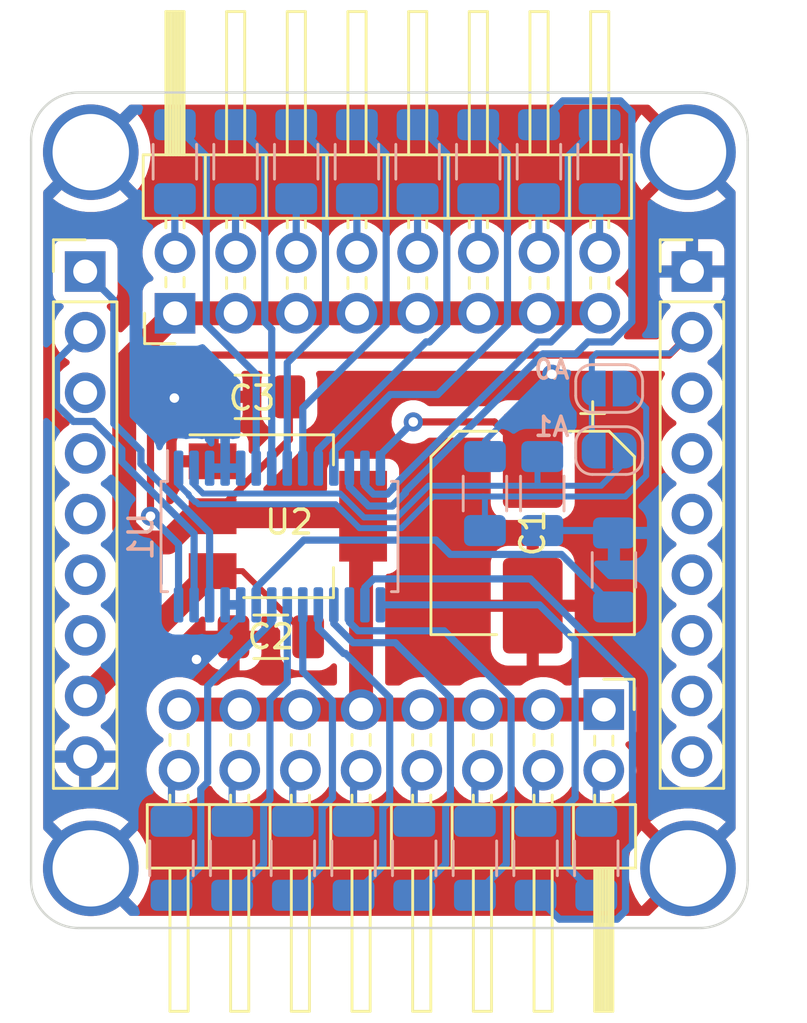
<source format=kicad_pcb>
(kicad_pcb (version 20211014) (generator pcbnew)
  (layers (0 "F.Cu" signal) (31 "B.Cu" signal) (34 "B.Paste" user) (35 "F.Paste" user) (36 "B.SilkS" user "B.Silkscreen") (37 "F.SilkS" user "F.Silkscreen") (38 "B.Mask" user) (39 "F.Mask" user) (44 "Edge.Cuts" user))
  (net 0 "")
  (net 1 "SDA")
  (net 2 "SCL")
  (net 3 "A")
  (net 4 "B")
  (net 5 "C")
  (net 6 "D")
  (net 7 "E")
  (net 8 "Vin")
  (net 9 "GND")
  (net 10 "Net-(U1-Pad14)")
  (net 11 "5V")
  (net 12 "3.3V")
  (net 13 "RX")
  (net 14 "TX")
  (net 15 "RST")
  (net 16 "F")
  (net 17 "SCLK")
  (net 18 "MISO")
  (net 19 "MOSI")
  (net 20 "Net-(U1-Pad1)")
  (net 21 "Net-(U1-Pad2)")
  (net 22 "Net-(R1-Pad1)")
  (net 23 "Net-(R2-Pad1)")
  (net 24 "Net-(R3-Pad1)")
  (net 25 "Net-(R4-Pad1)")
  (net 26 "Net-(R5-Pad1)")
  (net 27 "Net-(R6-Pad1)")
  (net 28 "Net-(R7-Pad1)")
  (net 29 "Net-(R8-Pad1)")
  (net 30 "Net-(R9-Pad1)")
  (net 31 "Net-(R10-Pad1)")
  (net 32 "Net-(R11-Pad1)")
  (net 33 "Net-(R12-Pad1)")
  (net 34 "Net-(R13-Pad1)")
  (net 35 "Net-(R14-Pad1)")
  (net 36 "Net-(R15-Pad1)")
  (net 37 "Net-(R16-Pad1)")
  (net 38 "Net-(U1-Pad23)")
  (net 39 "Net-(R16-Pad2)")
  (net 40 "Net-(R15-Pad2)")
  (net 41 "Net-(R14-Pad2)")
  (net 42 "Net-(R13-Pad2)")
  (net 43 "Net-(R12-Pad2)")
  (net 44 "Net-(R10-Pad2)")
  (net 45 "Net-(R9-Pad2)")
  (net 46 "Net-(R8-Pad2)")
  (net 47 "Net-(R7-Pad2)")
  (net 48 "Net-(R6-Pad2)")
  (net 49 "Net-(R5-Pad2)")
  (net 50 "Net-(R4-Pad2)")
  (net 51 "Net-(R3-Pad2)")
  (net 52 "Net-(R1-Pad2)")
  (net 53 "Net-(R2-Pad2)")
  (net 54 "Net-(J4-Pad6)")
  (footprint "MountingHole:MountingHole_3.2mm_M3_ISO14580_Pad" (layer "F.Cu") (at 77.5 102.5)
    (fp_text reference "REF**" hide)
    (fp_text value "MountingHole_3.2mm_M3_ISO14580_Pad" hide)
    (pad "1" thru_hole circle (at 0 0) (size 4 4) (drill 3.2) (layers *.Cu *.Mask) (net 9 "GND"))
  )
  (footprint "Connector_PinHeader_2.54mm:PinHeader_2x08_P2.54mm_Horizontal" (layer "F.Cu") (at 73.975 125.85 -90)
    (fp_text reference "J4" hide)
    (fp_text value "Conn_02x08_Top_Bottom" hide)
    (pad "1" thru_hole rect (at 0 0 270) (size 1.7 1.7) (drill 1) (layers *.Cu *.Mask) (net 11 "5V"))
    (pad "2" thru_hole oval (at 2.54 0 270) (size 1.7 1.7) (drill 1) (layers *.Cu *.Mask) (net 45 "Net-(R9-Pad2)"))
    (pad "3" thru_hole oval (at 0 2.54 270) (size 1.7 1.7) (drill 1) (layers *.Cu *.Mask) (net 11 "5V"))
    (pad "4" thru_hole oval (at 2.54 2.54 270) (size 1.7 1.7) (drill 1) (layers *.Cu *.Mask) (net 44 "Net-(R10-Pad2)"))
    (pad "5" thru_hole oval (at 0 5.08 270) (size 1.7 1.7) (drill 1) (layers *.Cu *.Mask) (net 11 "5V"))
    (pad "6" thru_hole oval (at 2.54 5.08 270) (size 1.7 1.7) (drill 1) (layers *.Cu *.Mask) (net 54 "Net-(J4-Pad6)"))
    (pad "7" thru_hole oval (at 0 7.62 270) (size 1.7 1.7) (drill 1) (layers *.Cu *.Mask) (net 11 "5V"))
    (pad "8" thru_hole oval (at 2.54 7.62 270) (size 1.7 1.7) (drill 1) (layers *.Cu *.Mask) (net 43 "Net-(R12-Pad2)"))
    (pad "9" thru_hole oval (at 0 10.16 270) (size 1.7 1.7) (drill 1) (layers *.Cu *.Mask) (net 11 "5V"))
    (pad "10" thru_hole oval (at 2.54 10.16 270) (size 1.7 1.7) (drill 1) (layers *.Cu *.Mask) (net 42 "Net-(R13-Pad2)"))
    (pad "11" thru_hole oval (at 0 12.7 270) (size 1.7 1.7) (drill 1) (layers *.Cu *.Mask) (net 11 "5V"))
    (pad "12" thru_hole oval (at 2.54 12.7 270) (size 1.7 1.7) (drill 1) (layers *.Cu *.Mask) (net 41 "Net-(R14-Pad2)"))
    (pad "13" thru_hole oval (at 0 15.24 270) (size 1.7 1.7) (drill 1) (layers *.Cu *.Mask) (net 11 "5V"))
    (pad "14" thru_hole oval (at 2.54 15.24 270) (size 1.7 1.7) (drill 1) (layers *.Cu *.Mask) (net 40 "Net-(R15-Pad2)"))
    (pad "15" thru_hole oval (at 0 17.78 270) (size 1.7 1.7) (drill 1) (layers *.Cu *.Mask) (net 11 "5V"))
    (pad "16" thru_hole oval (at 2.54 17.78 270) (size 1.7 1.7) (drill 1) (layers *.Cu *.Mask) (net 39 "Net-(R16-Pad2)"))
  )
  (footprint "MountingHole:MountingHole_3.2mm_M3_ISO14580_Pad" (layer "F.Cu") (at 52.5 102.5)
    (fp_text reference "REF**" hide)
    (fp_text value "MountingHole_3.2mm_M3_ISO14580_Pad" hide)
    (pad "2" thru_hole circle (at 0 0) (size 4 4) (drill 3.2) (layers *.Cu *.Mask) (net 9 "GND"))
  )
  (footprint "Capacitor_SMD:C_1206_3216Metric_Pad1.33x1.80mm_HandSolder" (layer "F.Cu") (at 59.25 112.75 180)
    (fp_text reference "C3" (at 0 -0.05) (layer "F.SilkS"))
    (fp_text value "22pF")
    (pad "1" smd roundrect (at -1.5625 0 180) (size 1.325 1.8) (layers "F.Cu" "F.Paste" "F.Mask") (roundrect_rratio 0.188679) (net 11 "5V"))
    (pad "2" smd roundrect (at 1.5625 0 180) (size 1.325 1.8) (layers "F.Cu" "F.Paste" "F.Mask") (roundrect_rratio 0.188679) (net 9 "GND"))
  )
  (footprint "Package_TO_SOT_SMD:SOT-223-3_TabPin2" (layer "F.Cu") (at 60.75 117.75)
    (fp_text reference "U2" (at 0.05 0.25) (layer "F.SilkS"))
    (fp_text value "AMS1117-3.3")
    (pad "1" smd rect (at -3.15 -2.3) (size 2 1.5) (layers "F.Cu" "F.Paste" "F.Mask") (net 9 "GND"))
    (pad "2" smd rect (at -3.15 0) (size 2 1.5) (layers "F.Cu" "F.Paste" "F.Mask") (net 11 "5V"))
    (pad "2" smd rect (at 3.15 0) (size 2 3.8) (layers "F.Cu" "F.Paste" "F.Mask") (net 11 "5V"))
    (pad "3" smd rect (at -3.15 2.3) (size 2 1.5) (layers "F.Cu" "F.Paste" "F.Mask") (net 8 "Vin"))
  )
  (footprint "Capacitor_SMD:CP_Elec_8x5.4" (layer "F.Cu") (at 71 118.45 -90)
    (fp_text reference "C1" (at 0 0 90) (layer "F.SilkS"))
    (fp_text value "C_Polarized")
    (pad "1" smd roundrect (at -3.05 0 270) (size 4 2.5) (layers "F.Cu" "F.Paste" "F.Mask") (roundrect_rratio 0.1) (net 10 "Net-(U1-Pad14)"))
    (pad "2" smd roundrect (at 3.05 0 270) (size 4 2.5) (layers "F.Cu" "F.Paste" "F.Mask") (roundrect_rratio 0.1) (net 9 "GND"))
  )
  (footprint "MountingHole:MountingHole_3.2mm_M3_ISO14580_Pad" (layer "F.Cu") (at 52.5 132.5)
    (fp_text reference "REF**" hide)
    (fp_text value "MountingHole_3.2mm_M3_ISO14580_Pad" hide)
    (pad "3" thru_hole circle (at 0 0) (size 4 4) (drill 3.2) (layers *.Cu *.Mask) (net 9 "GND"))
  )
  (footprint "Connector_PinHeader_2.54mm:PinHeader_2x08_P2.54mm_Horizontal" (layer "F.Cu") (at 56.025 109.25 90)
    (fp_text reference "J5" hide)
    (fp_text value "Conn_02x08_Top_Bottom" hide)
    (pad "1" thru_hole rect (at 0 0 90) (size 1.7 1.7) (drill 1) (layers *.Cu *.Mask) (net 11 "5V"))
    (pad "2" thru_hole oval (at 2.54 0 90) (size 1.7 1.7) (drill 1) (layers *.Cu *.Mask) (net 52 "Net-(R1-Pad2)"))
    (pad "3" thru_hole oval (at 0 2.54 90) (size 1.7 1.7) (drill 1) (layers *.Cu *.Mask) (net 11 "5V"))
    (pad "4" thru_hole oval (at 2.54 2.54 90) (size 1.7 1.7) (drill 1) (layers *.Cu *.Mask) (net 53 "Net-(R2-Pad2)"))
    (pad "5" thru_hole oval (at 0 5.08 90) (size 1.7 1.7) (drill 1) (layers *.Cu *.Mask) (net 11 "5V"))
    (pad "6" thru_hole oval (at 2.54 5.08 90) (size 1.7 1.7) (drill 1) (layers *.Cu *.Mask) (net 51 "Net-(R3-Pad2)"))
    (pad "7" thru_hole oval (at 0 7.62 90) (size 1.7 1.7) (drill 1) (layers *.Cu *.Mask) (net 11 "5V"))
    (pad "8" thru_hole oval (at 2.54 7.62 90) (size 1.7 1.7) (drill 1) (layers *.Cu *.Mask) (net 50 "Net-(R4-Pad2)"))
    (pad "9" thru_hole oval (at 0 10.16 90) (size 1.7 1.7) (drill 1) (layers *.Cu *.Mask) (net 11 "5V"))
    (pad "10" thru_hole oval (at 2.54 10.16 90) (size 1.7 1.7) (drill 1) (layers *.Cu *.Mask) (net 49 "Net-(R5-Pad2)"))
    (pad "11" thru_hole oval (at 0 12.7 90) (size 1.7 1.7) (drill 1) (layers *.Cu *.Mask) (net 11 "5V"))
    (pad "12" thru_hole oval (at 2.54 12.7 90) (size 1.7 1.7) (drill 1) (layers *.Cu *.Mask) (net 48 "Net-(R6-Pad2)"))
    (pad "13" thru_hole oval (at 0 15.24 90) (size 1.7 1.7) (drill 1) (layers *.Cu *.Mask) (net 11 "5V"))
    (pad "14" thru_hole oval (at 2.54 15.24 90) (size 1.7 1.7) (drill 1) (layers *.Cu *.Mask) (net 47 "Net-(R7-Pad2)"))
    (pad "15" thru_hole oval (at 0 17.78 90) (size 1.7 1.7) (drill 1) (layers *.Cu *.Mask) (net 11 "5V"))
    (pad "16" thru_hole oval (at 2.54 17.78 90) (size 1.7 1.7) (drill 1) (layers *.Cu *.Mask) (net 46 "Net-(R8-Pad2)"))
  )
  (footprint "Connector_PinHeader_2.54mm:PinHeader_1x09_P2.54mm_Vertical" (layer "F.Cu") (at 77.665719 107.5)
    (fp_text reference "J2" hide)
    (fp_text value "Conn_01x08_Male" hide)
    (pad "1" thru_hole rect (at 0 0) (size 1.7 1.7) (drill 1) (layers *.Cu *.Mask) (net 9 "GND"))
    (pad "2" thru_hole oval (at 0 2.54) (size 1.7 1.7) (drill 1) (layers *.Cu *.Mask) (net 12 "3.3V"))
    (pad "3" thru_hole oval (at 0 5.08) (size 1.7 1.7) (drill 1) (layers *.Cu *.Mask) (net 14 "TX"))
    (pad "4" thru_hole oval (at 0 7.62) (size 1.7 1.7) (drill 1) (layers *.Cu *.Mask) (net 13 "RX"))
    (pad "5" thru_hole oval (at 0 10.16) (size 1.7 1.7) (drill 1) (layers *.Cu *.Mask) (net 15 "RST"))
    (pad "6" thru_hole oval (at 0 12.7) (size 1.7 1.7) (drill 1) (layers *.Cu *.Mask) (net 16 "F"))
    (pad "7" thru_hole oval (at 0 15.24) (size 1.7 1.7) (drill 1) (layers *.Cu *.Mask) (net 17 "SCLK"))
    (pad "8" thru_hole oval (at 0 17.78) (size 1.7 1.7) (drill 1) (layers *.Cu *.Mask) (net 19 "MOSI"))
    (pad "9" thru_hole oval (at 0 20.32) (size 1.7 1.7) (drill 1) (layers *.Cu *.Mask) (net 18 "MISO"))
  )
  (footprint "Capacitor_SMD:C_1206_3216Metric_Pad1.33x1.80mm_HandSolder" (layer "F.Cu") (at 60.0375 122.8 180)
    (fp_text reference "C2" (at 0 0) (layer "F.SilkS"))
    (fp_text value "22pF")
    (pad "1" smd roundrect (at -1.5625 0 180) (size 1.325 1.8) (layers "F.Cu" "F.Paste" "F.Mask") (roundrect_rratio 0.188679) (net 8 "Vin"))
    (pad "2" smd roundrect (at 1.5625 0 180) (size 1.325 1.8) (layers "F.Cu" "F.Paste" "F.Mask") (roundrect_rratio 0.188679) (net 9 "GND"))
  )
  (footprint "MountingHole:MountingHole_3.2mm_M3_ISO14580_Pad" (layer "F.Cu") (at 77.5 132.5)
    (fp_text reference "REF**" hide)
    (fp_text value "MountingHole_3.2mm_M3_ISO14580_Pad" hide)
    (pad "4" thru_hole circle (at 0 0) (size 4 4) (drill 3.2) (layers *.Cu *.Mask) (net 9 "GND"))
  )
  (footprint "Connector_PinHeader_2.54mm:PinHeader_1x09_P2.54mm_Vertical" (layer "F.Cu") (at 52.265719 107.5)
    (fp_text reference "J1" hide)
    (fp_text value "Conn_01x08_Male" hide)
    (pad "1" thru_hole rect (at 0 0) (size 1.7 1.7) (drill 1) (layers *.Cu *.Mask) (net 2 "SCL"))
    (pad "2" thru_hole oval (at 0 2.54) (size 1.7 1.7) (drill 1) (layers *.Cu *.Mask) (net 1 "SDA"))
    (pad "3" thru_hole oval (at 0 5.08) (size 1.7 1.7) (drill 1) (layers *.Cu *.Mask) (net 7 "E"))
    (pad "4" thru_hole oval (at 0 7.62) (size 1.7 1.7) (drill 1) (layers *.Cu *.Mask) (net 6 "D"))
    (pad "5" thru_hole oval (at 0 10.16) (size 1.7 1.7) (drill 1) (layers *.Cu *.Mask) (net 3 "A"))
    (pad "6" thru_hole oval (at 0 12.7) (size 1.7 1.7) (drill 1) (layers *.Cu *.Mask) (net 4 "B"))
    (pad "7" thru_hole oval (at 0 15.24) (size 1.7 1.7) (drill 1) (layers *.Cu *.Mask) (net 5 "C"))
    (pad "8" thru_hole oval (at 0 17.78) (size 1.7 1.7) (drill 1) (layers *.Cu *.Mask) (net 8 "Vin"))
    (pad "9" thru_hole oval (at 0 20.32) (size 1.7 1.7) (drill 1) (layers *.Cu *.Mask) (net 9 "GND"))
  )
  (footprint "Resistor_SMD:R_1206_3216Metric_Pad1.30x1.75mm_HandSolder" (layer "B.Cu") (at 55.88 132.08 90)
    (fp_text reference "R16" hide)
    (fp_text value "R")
    (pad "1" smd roundrect (at -1.55 0 90) (size 1.3 1.75) (layers "B.Cu" "B.Paste" "B.Mask") (roundrect_rratio 0.192308) (net 37 "Net-(R16-Pad1)"))
    (pad "2" smd roundrect (at 1.55 0 90) (size 1.3 1.75) (layers "B.Cu" "B.Paste" "B.Mask") (roundrect_rratio 0.192308) (net 39 "Net-(R16-Pad2)"))
  )
  (footprint "Resistor_SMD:R_1206_3216Metric_Pad1.30x1.75mm_HandSolder" (layer "B.Cu") (at 71.4 116.8 -90)
    (fp_text reference "R19" hide)
    (fp_text value "R")
    (pad "1" smd roundrect (at -1.55 0 270) (size 1.3 1.75) (layers "B.Cu" "B.Paste" "B.Mask") (roundrect_rratio 0.192308) (net 21 "Net-(U1-Pad2)"))
    (pad "2" smd roundrect (at 1.55 0 270) (size 1.3 1.75) (layers "B.Cu" "B.Paste" "B.Mask") (roundrect_rratio 0.192308) (net 9 "GND"))
  )
  (footprint "Resistor_SMD:R_1206_3216Metric_Pad1.30x1.75mm_HandSolder" (layer "B.Cu") (at 68.58 132.08 90)
    (fp_text reference "R11" hide)
    (fp_text value "R")
    (pad "1" smd roundrect (at -1.55 0 90) (size 1.3 1.75) (layers "B.Cu" "B.Paste" "B.Mask") (roundrect_rratio 0.192308) (net 32 "Net-(R11-Pad1)"))
    (pad "2" smd roundrect (at 1.55 0 90) (size 1.3 1.75) (layers "B.Cu" "B.Paste" "B.Mask") (roundrect_rratio 0.192308) (net 54 "Net-(J4-Pad6)"))
  )
  (footprint "Resistor_SMD:R_1206_3216Metric_Pad1.30x1.75mm_HandSolder" (layer "B.Cu") (at 66.04 132.08 90)
    (fp_text reference "R12" hide)
    (fp_text value "R")
    (pad "1" smd roundrect (at -1.55 0 90) (size 1.3 1.75) (layers "B.Cu" "B.Paste" "B.Mask") (roundrect_rratio 0.192308) (net 33 "Net-(R12-Pad1)"))
    (pad "2" smd roundrect (at 1.55 0 90) (size 1.3 1.75) (layers "B.Cu" "B.Paste" "B.Mask") (roundrect_rratio 0.192308) (net 43 "Net-(R12-Pad2)"))
  )
  (footprint "Jumper:SolderJumper-2_P1.3mm_Open_RoundedPad1.0x1.5mm" (layer "B.Cu") (at 74.2 112.4 180)
    (fp_text reference "A0" (at 2.4 0.8) (layer "B.SilkS") (effects (font (size 0.8 0.8)) (justify mirror)))
    (fp_text value "SolderJumper_2_Open")
    (pad "1" smd custom (at -0.65 0 180) (size 1 0.5) (layers "B.Cu" "B.Mask") (net 20 "Net-(U1-Pad1)") (options (clearance outline) (anchor rect)) (primitives (gr_circle (center 0 -0.25) (end 0.5 -0.25) (width 0) (fill yes)) (gr_circle (center 0 0.25) (end 0.5 0.25) (width 0) (fill yes)) (gr_poly (pts (xy 0.5 -0.75) (xy 0 -0.75) (xy 0 0.75) (xy 0.5 0.75)) (width 0) (fill yes))))
    (pad "2" smd custom (at 0.65 0 180) (size 1 0.5) (layers "B.Cu" "B.Mask") (net 12 "3.3V") (options (clearance outline) (anchor rect)) (primitives (gr_circle (center 0 -0.25) (end 0.5 -0.25) (width 0) (fill yes)) (gr_circle (center 0 0.25) (end 0.5 0.25) (width 0) (fill yes)) (gr_poly (pts (xy 0 -0.75) (xy -0.5 -0.75) (xy -0.5 0.75) (xy 0 0.75)) (width 0) (fill yes))))
  )
  (footprint "Package_SO:TSSOP-28_4.4x9.7mm_P0.65mm" (layer "B.Cu") (at 60.4 118.6 -90)
    (fp_text reference "U1" (at 0 5.8 90) (layer "B.SilkS") (effects (justify mirror)))
    (fp_text value "PCA9685PW")
    (pad "1" smd roundrect (at -2.8625 4.225 270) (size 1.475 0.4) (layers "B.Cu" "B.Paste" "B.Mask") (net 20 "Net-(U1-Pad1)"))
    (pad "2" smd roundrect (at -2.8625 3.575 270) (size 1.475 0.4) (layers "B.Cu" "B.Paste" "B.Mask") (net 21 "Net-(U1-Pad2)"))
    (pad "3" smd roundrect (at -2.8625 2.925 270) (size 1.475 0.4) (layers "B.Cu" "B.Paste" "B.Mask") (net 9 "GND"))
    (pad "4" smd roundrect (at -2.8625 2.275 270) (size 1.475 0.4) (layers "B.Cu" "B.Paste" "B.Mask") (net 9 "GND"))
    (pad "5" smd roundrect (at -2.8625 1.625 270) (size 1.475 0.4) (layers "B.Cu" "B.Paste" "B.Mask") (net 9 "GND"))
    (pad "6" smd roundrect (at -2.8625 0.975 270) (size 1.475 0.4) (layers "B.Cu" "B.Paste" "B.Mask") (net 22 "Net-(R1-Pad1)"))
    (pad "7" smd roundrect (at -2.8625 0.325 270) (size 1.475 0.4) (layers "B.Cu" "B.Paste" "B.Mask") (net 23 "Net-(R2-Pad1)"))
    (pad "8" smd roundrect (at -2.8625 -0.325 270) (size 1.475 0.4) (layers "B.Cu" "B.Paste" "B.Mask") (net 24 "Net-(R3-Pad1)"))
    (pad "9" smd roundrect (at -2.8625 -0.975 270) (size 1.475 0.4) (layers "B.Cu" "B.Paste" "B.Mask") (net 25 "Net-(R4-Pad1)"))
    (pad "10" smd roundrect (at -2.8625 -1.625 270) (size 1.475 0.4) (layers "B.Cu" "B.Paste" "B.Mask") (net 26 "Net-(R5-Pad1)"))
    (pad "11" smd roundrect (at -2.8625 -2.275 270) (size 1.475 0.4) (layers "B.Cu" "B.Paste" "B.Mask") (net 27 "Net-(R6-Pad1)"))
    (pad "12" smd roundrect (at -2.8625 -2.925 270) (size 1.475 0.4) (layers "B.Cu" "B.Paste" "B.Mask") (net 28 "Net-(R7-Pad1)"))
    (pad "13" smd roundrect (at -2.8625 -3.575 270) (size 1.475 0.4) (layers "B.Cu" "B.Paste" "B.Mask") (net 29 "Net-(R8-Pad1)"))
    (pad "14" smd roundrect (at -2.8625 -4.225 270) (size 1.475 0.4) (layers "B.Cu" "B.Paste" "B.Mask") (net 10 "Net-(U1-Pad14)"))
    (pad "15" smd roundrect (at 2.8625 -4.225 270) (size 1.475 0.4) (layers "B.Cu" "B.Paste" "B.Mask") (net 30 "Net-(R9-Pad1)"))
    (pad "16" smd roundrect (at 2.8625 -3.575 270) (size 1.475 0.4) (layers "B.Cu" "B.Paste" "B.Mask") (net 31 "Net-(R10-Pad1)"))
    (pad "17" smd roundrect (at 2.8625 -2.925 270) (size 1.475 0.4) (layers "B.Cu" "B.Paste" "B.Mask") (net 32 "Net-(R11-Pad1)"))
    (pad "18" smd roundrect (at 2.8625 -2.275 270) (size 1.475 0.4) (layers "B.Cu" "B.Paste" "B.Mask") (net 33 "Net-(R12-Pad1)"))
    (pad "19" smd roundrect (at 2.8625 -1.625 270) (size 1.475 0.4) (layers "B.Cu" "B.Paste" "B.Mask") (net 34 "Net-(R13-Pad1)"))
    (pad "20" smd roundrect (at 2.8625 -0.975 270) (size 1.475 0.4) (layers "B.Cu" "B.Paste" "B.Mask") (net 35 "Net-(R14-Pad1)"))
    (pad "21" smd roundrect (at 2.8625 -0.325 270) (size 1.475 0.4) (layers "B.Cu" "B.Paste" "B.Mask") (net 36 "Net-(R15-Pad1)"))
    (pad "22" smd roundrect (at 2.8625 0.325 270) (size 1.475 0.4) (layers "B.Cu" "B.Paste" "B.Mask") (net 37 "Net-(R16-Pad1)"))
    (pad "23" smd roundrect (at 2.8625 0.975 270) (size 1.475 0.4) (layers "B.Cu" "B.Paste" "B.Mask") (net 38 "Net-(U1-Pad23)"))
    (pad "24" smd roundrect (at 2.8625 1.625 270) (size 1.475 0.4) (layers "B.Cu" "B.Paste" "B.Mask") (net 9 "GND"))
    (pad "25" smd roundrect (at 2.8625 2.275 270) (size 1.475 0.4) (layers "B.Cu" "B.Paste" "B.Mask") (net 9 "GND"))
    (pad "26" smd roundrect (at 2.8625 2.925 270) (size 1.475 0.4) (layers "B.Cu" "B.Paste" "B.Mask") (net 2 "SCL"))
    (pad "27" smd roundrect (at 2.8625 3.575 270) (size 1.475 0.4) (layers "B.Cu" "B.Paste" "B.Mask") (net 1 "SDA"))
    (pad "28" smd roundrect (at 2.8625 4.225 270) (size 1.475 0.4) (layers "B.Cu" "B.Paste" "B.Mask") (net 12 "3.3V"))
  )
  (footprint "Jumper:SolderJumper-2_P1.3mm_Open_RoundedPad1.0x1.5mm" (layer "B.Cu") (at 74.2 115 180)
    (fp_text reference "A1" (at 2.4 1) (layer "B.SilkS") (effects (font (size 0.8 0.8)) (justify mirror)))
    (fp_text value "SolderJumper_2_Open")
    (pad "1" smd custom (at -0.65 0 180) (size 1 0.5) (layers "B.Cu" "B.Mask") (net 21 "Net-(U1-Pad2)") (options (clearance outline) (anchor rect)) (primitives (gr_circle (center 0 -0.25) (end 0.5 -0.25) (width 0) (fill yes)) (gr_circle (center 0 0.25) (end 0.5 0.25) (width 0) (fill yes)) (gr_poly (pts (xy 0.5 -0.75) (xy 0 -0.75) (xy 0 0.75) (xy 0.5 0.75)) (width 0) (fill yes))))
    (pad "2" smd custom (at 0.65 0 180) (size 1 0.5) (layers "B.Cu" "B.Mask") (net 12 "3.3V") (options (clearance outline) (anchor rect)) (primitives (gr_circle (center 0 -0.25) (end 0.5 -0.25) (width 0) (fill yes)) (gr_circle (center 0 0.25) (end 0.5 0.25) (width 0) (fill yes)) (gr_poly (pts (xy 0 -0.75) (xy -0.5 -0.75) (xy -0.5 0.75) (xy 0 0.75)) (width 0) (fill yes))))
  )
  (footprint "Resistor_SMD:R_1206_3216Metric_Pad1.30x1.75mm_HandSolder" (layer "B.Cu") (at 73.66 132.08 90)
    (fp_text reference "R9" hide)
    (fp_text value "R")
    (pad "1" smd roundrect (at -1.55 0 90) (size 1.3 1.75) (layers "B.Cu" "B.Paste" "B.Mask") (roundrect_rratio 0.192308) (net 30 "Net-(R9-Pad1)"))
    (pad "2" smd roundrect (at 1.55 0 90) (size 1.3 1.75) (layers "B.Cu" "B.Paste" "B.Mask") (roundrect_rratio 0.192308) (net 45 "Net-(R9-Pad2)"))
  )
  (footprint "Resistor_SMD:R_1206_3216Metric_Pad1.30x1.75mm_HandSolder" (layer "B.Cu") (at 71.26 102.9 -90)
    (fp_text reference "R7" hide)
    (fp_text value "R")
    (pad "1" smd roundrect (at -1.55 0 270) (size 1.3 1.75) (layers "B.Cu" "B.Paste" "B.Mask") (roundrect_rratio 0.192308) (net 28 "Net-(R7-Pad1)"))
    (pad "2" smd roundrect (at 1.55 0 270) (size 1.3 1.75) (layers "B.Cu" "B.Paste" "B.Mask") (roundrect_rratio 0.192308) (net 47 "Net-(R7-Pad2)"))
  )
  (footprint "Resistor_SMD:R_1206_3216Metric_Pad1.30x1.75mm_HandSolder" (layer "B.Cu") (at 66.18 102.9 -90)
    (fp_text reference "R5" hide)
    (fp_text value "R")
    (pad "1" smd roundrect (at -1.55 0 270) (size 1.3 1.75) (layers "B.Cu" "B.Paste" "B.Mask") (roundrect_rratio 0.192308) (net 26 "Net-(R5-Pad1)"))
    (pad "2" smd roundrect (at 1.55 0 270) (size 1.3 1.75) (layers "B.Cu" "B.Paste" "B.Mask") (roundrect_rratio 0.192308) (net 49 "Net-(R5-Pad2)"))
  )
  (footprint "Resistor_SMD:R_1206_3216Metric_Pad1.30x1.75mm_HandSolder" (layer "B.Cu") (at 68.72 102.9 -90)
    (fp_text reference "R6" hide)
    (fp_text value "R")
    (pad "1" smd roundrect (at -1.55 0 270) (size 1.3 1.75) (layers "B.Cu" "B.Paste" "B.Mask") (roundrect_rratio 0.192308) (net 27 "Net-(R6-Pad1)"))
    (pad "2" smd roundrect (at 1.55 0 270) (size 1.3 1.75) (layers "B.Cu" "B.Paste" "B.Mask") (roundrect_rratio 0.192308) (net 48 "Net-(R6-Pad2)"))
  )
  (footprint "Resistor_SMD:R_1206_3216Metric_Pad1.30x1.75mm_HandSolder" (layer "B.Cu") (at 58.56 102.9 -90)
    (fp_text reference "R2" hide)
    (fp_text value "R")
    (pad "1" smd roundrect (at -1.55 0 270) (size 1.3 1.75) (layers "B.Cu" "B.Paste" "B.Mask") (roundrect_rratio 0.192308) (net 23 "Net-(R2-Pad1)"))
    (pad "2" smd roundrect (at 1.55 0 270) (size 1.3 1.75) (layers "B.Cu" "B.Paste" "B.Mask") (roundrect_rratio 0.192308) (net 53 "Net-(R2-Pad2)"))
  )
  (footprint "Resistor_SMD:R_1206_3216Metric_Pad1.30x1.75mm_HandSolder" (layer "B.Cu") (at 61.1 102.9 -90)
    (fp_text reference "R3" hide)
    (fp_text value "R")
    (pad "1" smd roundrect (at -1.55 0 270) (size 1.3 1.75) (layers "B.Cu" "B.Paste" "B.Mask") (roundrect_rratio 0.192308) (net 24 "Net-(R3-Pad1)"))
    (pad "2" smd roundrect (at 1.55 0 270) (size 1.3 1.75) (layers "B.Cu" "B.Paste" "B.Mask") (roundrect_rratio 0.192308) (net 51 "Net-(R3-Pad2)"))
  )
  (footprint "Resistor_SMD:R_1206_3216Metric_Pad1.30x1.75mm_HandSolder" (layer "B.Cu") (at 58.42 132.08 90)
    (fp_text reference "R15" hide)
    (fp_text value "R")
    (pad "1" smd roundrect (at -1.55 0 90) (size 1.3 1.75) (layers "B.Cu" "B.Paste" "B.Mask") (roundrect_rratio 0.192308) (net 36 "Net-(R15-Pad1)"))
    (pad "2" smd roundrect (at 1.55 0 90) (size 1.3 1.75) (layers "B.Cu" "B.Paste" "B.Mask") (roundrect_rratio 0.192308) (net 40 "Net-(R15-Pad2)"))
  )
  (footprint "Resistor_SMD:R_1206_3216Metric_Pad1.30x1.75mm_HandSolder" (layer "B.Cu") (at 73.8 102.9 -90)
    (fp_text reference "R8" hide)
    (fp_text value "R")
    (pad "1" smd roundrect (at -1.55 0 270) (size 1.3 1.75) (layers "B.Cu" "B.Paste" "B.Mask") (roundrect_rratio 0.192308) (net 29 "Net-(R8-Pad1)"))
    (pad "2" smd roundrect (at 1.55 0 270) (size 1.3 1.75) (layers "B.Cu" "B.Paste" "B.Mask") (roundrect_rratio 0.192308) (net 46 "Net-(R8-Pad2)"))
  )
  (footprint "Resistor_SMD:R_1206_3216Metric_Pad1.30x1.75mm_HandSolder" (layer "B.Cu") (at 56.02 102.9 -90)
    (fp_text reference "R1" hide)
    (fp_text value "R")
    (pad "1" smd roundrect (at -1.55 0 270) (size 1.3 1.75) (layers "B.Cu" "B.Paste" "B.Mask") (roundrect_rratio 0.192308) (net 22 "Net-(R1-Pad1)"))
    (pad "2" smd roundrect (at 1.55 0 270) (size 1.3 1.75) (layers "B.Cu" "B.Paste" "B.Mask") (roundrect_rratio 0.192308) (net 52 "Net-(R1-Pad2)"))
  )
  (footprint "Resistor_SMD:R_1206_3216Metric_Pad1.30x1.75mm_HandSolder" (layer "B.Cu") (at 74.4 120 90)
    (fp_text reference "R17" hide)
    (fp_text value "R")
    (pad "1" smd roundrect (at -1.55 0 90) (size 1.3 1.75) (layers "B.Cu" "B.Paste" "B.Mask") (roundrect_rratio 0.192308) (net 38 "Net-(U1-Pad23)"))
    (pad "2" smd roundrect (at 1.55 0 90) (size 1.3 1.75) (layers "B.Cu" "B.Paste" "B.Mask") (roundrect_rratio 0.192308) (net 9 "GND"))
  )
  (footprint "Resistor_SMD:R_1206_3216Metric_Pad1.30x1.75mm_HandSolder" (layer "B.Cu") (at 71.12 132.08 90)
    (fp_text reference "R10" hide)
    (fp_text value "R")
    (pad "1" smd roundrect (at -1.55 0 90) (size 1.3 1.75) (layers "B.Cu" "B.Paste" "B.Mask") (roundrect_rratio 0.192308) (net 31 "Net-(R10-Pad1)"))
    (pad "2" smd roundrect (at 1.55 0 90) (size 1.3 1.75) (layers "B.Cu" "B.Paste" "B.Mask") (roundrect_rratio 0.192308) (net 44 "Net-(R10-Pad2)"))
  )
  (footprint "Resistor_SMD:R_1206_3216Metric_Pad1.30x1.75mm_HandSolder" (layer "B.Cu") (at 60.96 132.08 90)
    (fp_text reference "R14" hide)
    (fp_text value "R")
    (pad "1" smd roundrect (at -1.55 0 90) (size 1.3 1.75) (layers "B.Cu" "B.Paste" "B.Mask") (roundrect_rratio 0.192308) (net 35 "Net-(R14-Pad1)"))
    (pad "2" smd roundrect (at 1.55 0 90) (size 1.3 1.75) (layers "B.Cu" "B.Paste" "B.Mask") (roundrect_rratio 0.192308) (net 41 "Net-(R14-Pad2)"))
  )
  (footprint "Resistor_SMD:R_1206_3216Metric_Pad1.30x1.75mm_HandSolder" (layer "B.Cu") (at 63.64 102.9 -90)
    (fp_text reference "R4" hide)
    (fp_text value "R")
    (pad "1" smd roundrect (at -1.55 0 270) (size 1.3 1.75) (layers "B.Cu" "B.Paste" "B.Mask") (roundrect_rratio 0.192308) (net 25 "Net-(R4-Pad1)"))
    (pad "2" smd roundrect (at 1.55 0 270) (size 1.3 1.75) (layers "B.Cu" "B.Paste" "B.Mask") (roundrect_rratio 0.192308) (net 50 "Net-(R4-Pad2)"))
  )
  (footprint "Resistor_SMD:R_1206_3216Metric_Pad1.30x1.75mm_HandSolder" (layer "B.Cu") (at 63.5 132.08 90)
    (fp_text reference "R13" hide)
    (fp_text value "R")
    (pad "1" smd roundrect (at -1.55 0 90) (size 1.3 1.75) (layers "B.Cu" "B.Paste" "B.Mask") (roundrect_rratio 0.192308) (net 34 "Net-(R13-Pad1)"))
    (pad "2" smd roundrect (at 1.55 0 90) (size 1.3 1.75) (layers "B.Cu" "B.Paste" "B.Mask") (roundrect_rratio 0.192308) (net 42 "Net-(R13-Pad2)"))
  )
  (footprint "Resistor_SMD:R_1206_3216Metric_Pad1.30x1.75mm_HandSolder" (layer "B.Cu") (at 69 116.8 90)
    (fp_text reference "R18" hide)
    (fp_text value "R")
    (pad "1" smd roundrect (at -1.55 0 90) (size 1.3 1.75) (layers "B.Cu" "B.Paste" "B.Mask") (roundrect_rratio 0.192308) (net 20 "Net-(U1-Pad1)"))
    (pad "2" smd roundrect (at 1.55 0 90) (size 1.3 1.75) (layers "B.Cu" "B.Paste" "B.Mask") (roundrect_rratio 0.192308) (net 9 "GND"))
  )
  (gr_line (start 50 102) (end 50 133) (layer "Edge.Cuts") (width 0.1))
  (gr_arc (start 50 102) (mid 50.585786 100.585786) (end 52 100) (layer "Edge.Cuts") (width 0.1))
  (gr_arc (start 78 100) (mid 79.414214 100.585786) (end 80 102) (layer "Edge.Cuts") (width 0.1))
  (gr_arc (start 80 133) (mid 79.414214 134.414214) (end 78 135) (layer "Edge.Cuts") (width 0.1))
  (gr_line (start 78 135) (end 52 135) (layer "Edge.Cuts") (width 0.1))
  (gr_line (start 80 102) (end 80 133) (layer "Edge.Cuts") (width 0.1))
  (gr_line (start 52 100) (end 78 100) (layer "Edge.Cuts") (width 0.1))
  (gr_arc (start 52 135) (mid 50.585786 134.414214) (end 50 133) (layer "Edge.Cuts") (width 0.1))
  (segment (start 51.066208 113.076855) (end 51.066208 111.239511) (width 0.3) (layer "B.Cu") (net 1))
  (segment (start 52.621596 113.779511) (end 51.768864 113.779511) (width 0.3) (layer "B.Cu") (net 1))
  (segment (start 51.768864 113.779511) (end 51.066208 113.076855) (width 0.3) (layer "B.Cu") (net 1))
  (segment (start 53.8 114.957915) (end 52.621596 113.779511) (width 0.3) (layer "B.Cu") (net 1))
  (segment (start 56.825 121.4625) (end 56.825 118.4872) (width 0.3) (layer "B.Cu") (net 1))
  (segment (start 53.8 115.4622) (end 53.8 114.957915) (width 0.3) (layer "B.Cu") (net 1))
  (segment (start 56.825 118.4872) (end 53.8 115.4622) (width 0.3) (layer "B.Cu") (net 1))
  (segment (start 51.066208 111.239511) (end 52.265719 110.04) (width 0.3) (layer "B.Cu") (net 1))
  (segment (start 53.46523 108.699511) (end 52.265719 107.5) (width 0.3) (layer "B.Cu") (net 2))
  (segment (start 53.46523 113.86523) (end 53.46523 108.699511) (width 0.3) (layer "B.Cu") (net 2))
  (segment (start 57.475 118.430786) (end 54.6 115.555786) (width 0.3) (layer "B.Cu") (net 2))
  (segment (start 54.6 115.555786) (end 54.6 115) (width 0.3) (layer "B.Cu") (net 2))
  (segment (start 54.6 115) (end 53.46523 113.86523) (width 0.3) (layer "B.Cu") (net 2))
  (segment (start 57.475 121.4625) (end 57.475 118.430786) (width 0.3) (layer "B.Cu") (net 2))
  (segment (start 52.265719 125.28) (end 52.37 125.28) (width 1) (layer "F.Cu") (net 8))
  (segment (start 58.85 120.05) (end 57.6 120.05) (width 0.25) (layer "F.Cu") (net 8))
  (segment (start 52.37 125.28) (end 57.6 120.05) (width 1) (layer "F.Cu") (net 8))
  (segment (start 61.6 122.8) (end 58.85 120.05) (width 0.25) (layer "F.Cu") (net 8))
  (via (at 56.9255 123.75) (size 0.8) (drill 0.4) (layers "F.Cu" "B.Cu") (net 9))
  (via (at 71.8 111.8) (size 0.8) (drill 0.4) (layers "F.Cu" "B.Cu") (net 9))
  (via (at 56 112.8) (size 0.8) (drill 0.4) (layers "F.Cu" "B.Cu") (net 9))
  (segment (start 69 114.6) (end 71.8 111.8) (width 0.25) (layer "B.Cu") (net 9))
  (segment (start 69 115.25) (end 69 114.6) (width 0.25) (layer "B.Cu") (net 9))
  (segment (start 58.775 121.9005) (end 56.9255 123.75) (width 0.3) (layer "B.Cu") (net 9))
  (segment (start 74.3 118.35) (end 74.4 118.45) (width 0.3) (layer "B.Cu") (net 9))
  (segment (start 58.775 121.4625) (end 58.775 121.9005) (width 0.3) (layer "B.Cu") (net 9))
  (segment (start 71.4 118.35) (end 74.3 118.35) (width 0.3) (layer "B.Cu") (net 9))
  (segment (start 57.475 115.7375) (end 58.775 115.7375) (width 0.3) (layer "B.Cu") (net 9))
  (segment (start 66 113.8) (end 69.4 113.8) (width 0.3) (layer "F.Cu") (net 10))
  (segment (start 69.4 113.8) (end 71 115.4) (width 0.3) (layer "F.Cu") (net 10))
  (via (at 66 113.8) (size 0.8) (drill 0.4) (layers "F.Cu" "B.Cu") (net 10))
  (segment (start 64.625 115.7375) (end 64.625 115.175) (width 0.3) (layer "B.Cu") (net 10))
  (segment (start 64.625 115.175) (end 66 113.8) (width 0.3) (layer "B.Cu") (net 10))
  (segment (start 73.975 125.85) (end 56.195 125.85) (width 1) (layer "F.Cu") (net 11))
  (segment (start 53.900499 118.205429) (end 53.900499 111.374501) (width 1) (layer "F.Cu") (net 11))
  (segment (start 54.544571 118.849501) (end 53.900499 118.205429) (width 1) (layer "F.Cu") (net 11))
  (segment (start 56.025 109.25) (end 73.805 109.25) (width 1) (layer "F.Cu") (net 11))
  (segment (start 57.6 117.75) (end 56.811233 117.75) (width 1) (layer "F.Cu") (net 11))
  (segment (start 63.9 117.75) (end 57.6 117.75) (width 1) (layer "F.Cu") (net 11))
  (segment (start 63.815 117.835) (end 63.9 117.75) (width 1) (layer "F.Cu") (net 11))
  (segment (start 56.811233 117.75) (end 55.711732 118.849501) (width 1) (layer "F.Cu") (net 11))
  (segment (start 60.8125 112.75) (end 60.8125 114.5375) (width 0.3) (layer "F.Cu") (net 11))
  (segment (start 55.711732 118.849501) (end 54.544571 118.849501) (width 1) (layer "F.Cu") (net 11))
  (segment (start 60.8125 114.5375) (end 57.6 117.75) (width 0.3) (layer "F.Cu") (net 11))
  (segment (start 53.900499 111.374501) (end 56.025 109.25) (width 1) (layer "F.Cu") (net 11))
  (segment (start 63.815 125.85) (end 63.815 117.835) (width 1) (layer "F.Cu") (net 11))
  (segment (start 56.5 111) (end 55 112.5) (width 0.3) (layer "F.Cu") (net 12))
  (segment (start 77.665719 110.04) (end 76.705719 111) (width 0.3) (layer "F.Cu") (net 12))
  (segment (start 76.705719 111) (end 56.5 111) (width 0.3) (layer "F.Cu") (net 12))
  (segment (start 55 112.5) (end 55 117.75) (width 0.3) (layer "F.Cu") (net 12))
  (via (at 55 117.75) (size 0.8) (drill 0.4) (layers "F.Cu" "B.Cu") (net 12))
  (segment (start 56.175 118.925) (end 56.175 121.4625) (width 0.3) (layer "B.Cu") (net 12))
  (segment (start 73.475 111.125) (end 73.675978 110.924022) (width 0.25) (layer "B.Cu") (net 12))
  (segment (start 73.675978 110.924022) (end 76.781697 110.924022) (width 0.25) (layer "B.Cu") (net 12))
  (segment (start 55 117.75) (end 56.175 118.925) (width 0.3) (layer "B.Cu") (net 12))
  (segment (start 76.781697 110.924022) (end 77.665719 110.04) (width 0.25) (layer "B.Cu") (net 12))
  (segment (start 73.475 115) (end 73.475 111.125) (width 0.25) (layer "B.Cu") (net 12))
  (segment (start 56.175 116.425361) (end 56.549159 116.79952) (width 0.25) (layer "B.Cu") (net 20))
  (segment (start 65.500851 118.24806) (end 66.82488 116.924031) (width 0.25) (layer "B.Cu") (net 20))
  (segment (start 63.749155 118.248062) (end 65.500851 118.24806) (width 0.25) (layer "B.Cu") (net 20))
  (segment (start 62.750123 117.249031) (end 63.749155 118.248062) (width 0.25) (layer "B.Cu") (net 20))
  (segment (start 56.549159 116.79952) (end 56.563455 116.79952) (width 0.25) (layer "B.Cu") (net 20))
  (segment (start 56.175 115.7375) (end 56.175 116.425361) (width 0.25) (layer "B.Cu") (net 20))
  (segment (start 56.563455 116.79952) (end 56.600978 116.837043) (width 0.25) (layer "B.Cu") (net 20))
  (segment (start 75.74952 116.05048) (end 75.74952 113.22452) (width 0.25) (layer "B.Cu") (net 20))
  (segment (start 56.912957 117.149022) (end 57.012966 117.249031) (width 0.25) (layer "B.Cu") (net 20))
  (segment (start 56.600978 116.885704) (end 56.864296 117.149022) (width 0.25) (layer "B.Cu") (net 20))
  (segment (start 69 117) (end 68.924031 116.924031) (width 0.25) (layer "B.Cu") (net 20))
  (segment (start 68.924031 116.924031) (end 74.875969 116.924031) (width 0.25) (layer "B.Cu") (net 20))
  (segment (start 57.012966 117.249031) (end 62.750123 117.249031) (width 0.25) (layer "B.Cu") (net 20))
  (segment (start 56.864296 117.149022) (end 56.912957 117.149022) (width 0.25) (layer "B.Cu") (net 20))
  (segment (start 66.82488 116.924031) (end 68.924031 116.924031) (width 0.25) (layer "B.Cu") (net 20))
  (segment (start 56.600978 116.837043) (end 56.600978 116.885704) (width 0.25) (layer "B.Cu") (net 20))
  (segment (start 75.74952 113.22452) (end 74.925 112.4) (width 0.25) (layer "B.Cu") (net 20))
  (segment (start 74.875969 116.924031) (end 75.74952 116.05048) (width 0.25) (layer "B.Cu") (net 20))
  (segment (start 69 118.35) (end 69 117) (width 0.25) (layer "B.Cu") (net 20))
  (segment (start 71.2 116.4) (end 71.12548 116.47452) (width 0.25) (layer "B.Cu") (net 21))
  (segment (start 62.936317 116.799521) (end 63.935338 117.798541) (width 0.25) (layer "B.Cu") (net 21))
  (segment (start 65.314652 117.798541) (end 66.638673 116.47452) (width 0.25) (layer "B.Cu") (net 21))
  (segment (start 73.85942 116.47452) (end 74.925 115.40894) (width 0.25) (layer "B.Cu") (net 21))
  (segment (start 71.12548 116.47452) (end 73.85942 116.47452) (width 0.25) (layer "B.Cu") (net 21))
  (segment (start 56.825 115.7375) (end 56.825 116.425361) (width 0.25) (layer "B.Cu") (net 21))
  (segment (start 63.935338 117.798541) (end 65.314652 117.798541) (width 0.25) (layer "B.Cu") (net 21))
  (segment (start 66.638673 116.47452) (end 71.12548 116.47452) (width 0.25) (layer "B.Cu") (net 21))
  (segment (start 57.199159 116.79952) (end 62.936317 116.799521) (width 0.25) (layer "B.Cu") (net 21))
  (segment (start 74.925 115.40894) (end 74.925 115) (width 0.25) (layer "B.Cu") (net 21))
  (segment (start 71.2 115.25) (end 71.2 116.4) (width 0.25) (layer "B.Cu") (net 21))
  (segment (start 56.825 116.425361) (end 57.199159 116.79952) (width 0.25) (layer "B.Cu") (net 21))
  (segment (start 57.33548 109.716846) (end 57.33548 102.66548) (width 0.3) (layer "B.Cu") (net 22))
  (segment (start 57.33548 102.66548) (end 56.02 101.35) (width 0.3) (layer "B.Cu") (net 22))
  (segment (start 59.425 111.806366) (end 57.33548 109.716846) (width 0.3) (layer "B.Cu") (net 22))
  (segment (start 59.425 115.7375) (end 59.425 111.806366) (width 0.3) (layer "B.Cu") (net 22))
  (segment (start 59.78452 102.57452) (end 58.56 101.35) (width 0.3) (layer "B.Cu") (net 23))
  (segment (start 60.075 115.7375) (end 60.075 109.916366) (width 0.3) (layer "B.Cu") (net 23))
  (segment (start 59.78452 109.625886) (end 59.78452 102.57452) (width 0.3) (layer "B.Cu") (net 23))
  (segment (start 60.075 109.916366) (end 59.78452 109.625886) (width 0.3) (layer "B.Cu") (net 23))
  (segment (start 60.725 111.326366) (end 62.32452 109.726846) (width 0.3) (layer "B.Cu") (net 24))
  (segment (start 62.32452 109.726846) (end 62.32452 102.57452) (width 0.3) (layer "B.Cu") (net 24))
  (segment (start 60.725 115.7375) (end 60.725 111.326366) (width 0.3) (layer "B.Cu") (net 24))
  (segment (start 62.32452 102.57452) (end 61.1 101.35) (width 0.3) (layer "B.Cu") (net 24))
  (segment (start 64.86452 102.57452) (end 63.64 101.35) (width 0.3) (layer "B.Cu") (net 25))
  (segment (start 64.86452 109.726846) (end 64.86452 102.57452) (width 0.3) (layer "B.Cu") (net 25))
  (segment (start 61.375 115.7375) (end 61.375 113.216366) (width 0.3) (layer "B.Cu") (net 25))
  (segment (start 61.375 113.216366) (end 64.86452 109.726846) (width 0.3) (layer "B.Cu") (net 25))
  (segment (start 66.533357 110.449511) (end 66.681855 110.449511) (width 0.3) (layer "B.Cu") (net 26))
  (segment (start 62.025 115.7375) (end 62.025 114.957868) (width 0.3) (layer "B.Cu") (net 26))
  (segment (start 62.025 114.957868) (end 66.533357 110.449511) (width 0.3) (layer "B.Cu") (net 26))
  (segment (start 66.681855 110.449511) (end 67.40452 109.726846) (width 0.3) (layer "B.Cu") (net 26))
  (segment (start 67.40452 109.726846) (end 67.40452 102.57452) (width 0.3) (layer "B.Cu") (net 26))
  (segment (start 67.40452 102.57452) (end 66.18 101.35) (width 0.3) (layer "B.Cu") (net 26))
  (segment (start 69.94452 109.726846) (end 69.94452 102.57452) (width 0.3) (layer "B.Cu") (net 27))
  (segment (start 62.675 115.7375) (end 62.675 115.014283) (width 0.3) (layer "B.Cu") (net 27))
  (segment (start 65.038784 112.650499) (end 67.020867 112.650499) (width 0.3) (layer "B.Cu") (net 27))
  (segment (start 67.020867 112.650499) (end 69.94452 109.726846) (width 0.3) (layer "B.Cu") (net 27))
  (segment (start 62.675 115.014283) (end 65.038784 112.650499) (width 0.3) (layer "B.Cu") (net 27))
  (segment (start 69.94452 102.57452) (end 68.72 101.35) (width 0.3) (layer "B.Cu") (net 27))
  (segment (start 73.308145 110.449511) (end 74.301855 110.449511) (width 0.3) (layer "B.Cu") (net 28))
  (segment (start 65.674031 116.70312) (end 71.428129 110.949022) (width 0.3) (layer "B.Cu") (net 28))
  (segment (start 72.25952 100.35048) (end 71.26 101.35) (width 0.3) (layer "B.Cu") (net 28))
  (segment (start 65.674031 116.768101) (end 65.674031 116.70312) (width 0.3) (layer "B.Cu") (net 28))
  (segment (start 65.118102 117.324031) (end 65.674031 116.768101) (width 0.3) (layer "B.Cu") (net 28))
  (segment (start 75.150489 100.82764) (end 74.673329 100.35048) (width 0.3) (layer "B.Cu") (net 28))
  (segment (start 75.150489 109.600877) (end 75.150489 100.82764) (width 0.3) (layer "B.Cu") (net 28))
  (segment (start 72.808634 110.949022) (end 73.308145 110.449511) (width 0.3) (layer "B.Cu") (net 28))
  (segment (start 74.301855 110.449511) (end 75.150489 109.600877) (width 0.3) (layer "B.Cu") (net 28))
  (segment (start 71.428129 110.949022) (end 72.808634 110.949022) (width 0.3) (layer "B.Cu") (net 28))
  (segment (start 63.325 116.517132) (end 64.131899 117.324031) (width 0.3) (layer "B.Cu") (net 28))
  (segment (start 63.325 115.7375) (end 63.325 116.517132) (width 0.3) (layer "B.Cu") (net 28))
  (segment (start 74.673329 100.35048) (end 72.25952 100.35048) (width 0.3) (layer "B.Cu") (net 28))
  (segment (start 64.131899 117.324031) (end 65.118102 117.324031) (width 0.3) (layer "B.Cu") (net 28))
  (segment (start 72.48452 102.66548) (end 73.8 101.35) (width 0.3) (layer "B.Cu") (net 29))
  (segment (start 63.975 115.7375) (end 63.975 116.460716) (width 0.3) (layer "B.Cu") (net 29))
  (segment (start 64.911197 116.82452) (end 65.17452 116.561197) (width 0.3) (layer "B.Cu") (net 29))
  (segment (start 71.221225 110.449511) (end 71.761855 110.449511) (width 0.3) (layer "B.Cu") (net 29))
  (segment (start 65.17452 116.561197) (end 65.17452 116.496215) (width 0.3) (layer "B.Cu") (net 29))
  (segment (start 71.761855 110.449511) (end 72.48452 109.726846) (width 0.3) (layer "B.Cu") (net 29))
  (segment (start 72.48452 109.726846) (end 72.48452 102.66548) (width 0.3) (layer "B.Cu") (net 29))
  (segment (start 64.338803 116.82452) (end 64.911197 116.82452) (width 0.3) (layer "B.Cu") (net 29))
  (segment (start 63.975 116.460716) (end 64.338803 116.82452) (width 0.3) (layer "B.Cu") (net 29))
  (segment (start 65.17452 116.496215) (end 71.221225 110.449511) (width 0.3) (layer "B.Cu") (net 29))
  (segment (start 64.625 121.4625) (end 71.280106 121.4625) (width 0.3) (layer "B.Cu") (net 30))
  (segment (start 72.775489 129.541662) (end 72.43548 129.881671) (width 0.3) (layer "B.Cu") (net 30))
  (segment (start 72.43548 129.881671) (end 72.43548 132.40548) (width 0.3) (layer "B.Cu") (net 30))
  (segment (start 71.280106 121.4625) (end 72.775489 122.957883) (width 0.3) (layer "B.Cu") (net 30))
  (segment (start 72.43548 132.40548) (end 73.66 133.63) (width 0.3) (layer "B.Cu") (net 30))
  (segment (start 72.775489 122.957883) (end 72.775489 129.541662) (width 0.3) (layer "B.Cu") (net 30))
  (segment (start 75.174511 124.650489) (end 75.174511 131.502778) (width 0.3) (layer "B.Cu") (net 31))
  (segment (start 70.899502 120.37548) (end 75.174511 124.650489) (width 0.3) (layer "B.Cu") (net 31))
  (segment (start 63.975 120.739283) (end 64.338803 120.37548) (width 0.3) (layer "B.Cu") (net 31))
  (segment (start 63.975 121.4625) (end 63.975 120.739283) (width 0.3) (layer "B.Cu") (net 31))
  (segment (start 74.88452 134.278329) (end 74.533329 134.62952) (width 0.3) (layer "B.Cu") (net 31))
  (segment (start 74.88452 131.792769) (end 74.88452 134.278329) (width 0.3) (layer "B.Cu") (net 31))
  (segment (start 74.533329 134.62952) (end 72.11952 134.62952) (width 0.3) (layer "B.Cu") (net 31))
  (segment (start 64.338803 120.37548) (end 70.899502 120.37548) (width 0.3) (layer "B.Cu") (net 31))
  (segment (start 75.174511 131.502778) (end 74.88452 131.792769) (width 0.3) (layer "B.Cu") (net 31))
  (segment (start 72.11952 134.62952) (end 71.12 133.63) (width 0.3) (layer "B.Cu") (net 31))
  (segment (start 70.094511 129.68264) (end 69.89548 129.881671) (width 0.3) (layer "B.Cu") (net 32))
  (segment (start 67.290886 122.54952) (end 70.094511 125.353145) (width 0.3) (layer "B.Cu") (net 32))
  (segment (start 63.325 122.185717) (end 63.688803 122.54952) (width 0.3) (layer "B.Cu") (net 32))
  (segment (start 70.094511 125.353145) (end 70.094511 129.68264) (width 0.3) (layer "B.Cu") (net 32))
  (segment (start 63.688803 122.54952) (end 67.290886 122.54952) (width 0.3) (layer "B.Cu") (net 32))
  (segment (start 69.89548 132.31452) (end 68.58 133.63) (width 0.3) (layer "B.Cu") (net 32))
  (segment (start 63.325 121.4625) (end 63.325 122.185717) (width 0.3) (layer "B.Cu") (net 32))
  (segment (start 69.89548 129.881671) (end 69.89548 132.31452) (width 0.3) (layer "B.Cu") (net 32))
  (segment (start 65.250397 123.049031) (end 67.554511 125.353145) (width 0.3) (layer "B.Cu") (net 33))
  (segment (start 63.481899 123.049031) (end 65.250397 123.049031) (width 0.3) (layer "B.Cu") (net 33))
  (segment (start 62.675 121.4625) (end 62.675 122.242132) (width 0.3) (layer "B.Cu") (net 33))
  (segment (start 67.35548 132.31452) (end 66.04 133.63) (width 0.3) (layer "B.Cu") (net 33))
  (segment (start 62.675 122.242132) (end 63.481899 123.049031) (width 0.3) (layer "B.Cu") (net 33))
  (segment (start 67.35548 129.881671) (end 67.35548 132.31452) (width 0.3) (layer "B.Cu") (net 33))
  (segment (start 67.554511 129.68264) (end 67.35548 129.881671) (width 0.3) (layer "B.Cu") (net 33))
  (segment (start 67.554511 125.353145) (end 67.554511 129.68264) (width 0.3) (layer "B.Cu") (net 33))
  (segment (start 63.160388 123.499022) (end 65.014511 125.353145) (width 0.3) (layer "B.Cu") (net 34))
  (segment (start 62.025 121.4625) (end 62.025 122.437831) (width 0.3) (layer "B.Cu") (net 34))
  (segment (start 64.72452 132.40548) (end 63.5 133.63) (width 0.3) (layer "B.Cu") (net 34))
  (segment (start 65.014511 129.68264) (end 64.72452 129.972631) (width 0.3) (layer "B.Cu") (net 34))
  (segment (start 62.025 122.437831) (end 63.086191 123.499022) (width 0.3) (layer "B.Cu") (net 34))
  (segment (start 64.72452 129.972631) (end 64.72452 132.40548) (width 0.3) (layer "B.Cu") (net 34))
  (segment (start 65.014511 125.353145) (end 65.014511 129.68264) (width 0.3) (layer "B.Cu") (net 34))
  (segment (start 63.086191 123.499022) (end 63.160388 123.499022) (width 0.3) (layer "B.Cu") (net 34))
  (segment (start 62.18452 129.972631) (end 62.18452 132.40548) (width 0.3) (layer "B.Cu") (net 35))
  (segment (start 61.375 124.253634) (end 62.615489 125.494123) (width 0.3) (layer "B.Cu") (net 35))
  (segment (start 61.375 121.4625) (end 61.375 124.253634) (width 0.3) (layer "B.Cu") (net 35))
  (segment (start 62.615489 125.494123) (end 62.615489 129.541662) (width 0.3) (layer "B.Cu") (net 35))
  (segment (start 62.18452 132.40548) (end 60.96 133.63) (width 0.3) (layer "B.Cu") (net 35))
  (segment (start 62.615489 129.541662) (end 62.18452 129.972631) (width 0.3) (layer "B.Cu") (net 35))
  (segment (start 60.725 124.703634) (end 60 125.428634) (width 0.3) (layer "B.Cu") (net 36))
  (segment (start 59.73548 132.31452) (end 58.42 133.63) (width 0.3) (layer "B.Cu") (net 36))
  (segment (start 60 125.428634) (end 60 129.617151) (width 0.3) (layer "B.Cu") (net 36))
  (segment (start 60.725 121.4625) (end 60.725 124.703634) (width 0.3) (layer "B.Cu") (net 36))
  (segment (start 59.73548 129.881671) (end 59.73548 132.31452) (width 0.3) (layer "B.Cu") (net 36))
  (segment (start 60 129.617151) (end 59.73548 129.881671) (width 0.3) (layer "B.Cu") (net 36))
  (segment (start 57.10452 132.40548) (end 55.88 133.63) (width 0.3) (layer "B.Cu") (net 37))
  (segment (start 60.075 121.4625) (end 60.075 122.185717) (width 0.3) (layer "B.Cu") (net 37))
  (segment (start 57.394511 128.886855) (end 57.10452 129.176846) (width 0.3) (layer "B.Cu") (net 37))
  (segment (start 60.075 122.185717) (end 57.394511 124.866206) (width 0.3) (layer "B.Cu") (net 37))
  (segment (start 57.10452 129.176846) (end 57.10452 132.40548) (width 0.3) (layer "B.Cu") (net 37))
  (segment (start 57.394511 124.866206) (end 57.394511 128.886855) (width 0.3) (layer "B.Cu") (net 37))
  (segment (start 72.19952 119.34952) (end 74.4 121.55) (width 0.3) (layer "B.Cu") (net 38))
  (segment (start 61.414283 118.75) (end 66.95 118.75) (width 0.3) (layer "B.Cu") (net 38))
  (segment (start 66.95 118.75) (end 67.54952 119.34952) (width 0.3) (layer "B.Cu") (net 38))
  (segment (start 59.425 121.4625) (end 59.425 120.739283) (width 0.3) (layer "B.Cu") (net 38))
  (segment (start 67.54952 119.34952) (end 72.19952 119.34952) (width 0.3) (layer "B.Cu") (net 38))
  (segment (start 59.425 120.739283) (end 61.414283 118.75) (width 0.3) (layer "B.Cu") (net 38))
  (segment (start 55.88 128.705) (end 56.195 128.39) (width 0.3) (layer "B.Cu") (net 39))
  (segment (start 55.88 130.53) (end 55.88 128.705) (width 0.3) (layer "B.Cu") (net 39))
  (segment (start 58.42 128.705) (end 58.735 128.39) (width 0.3) (layer "B.Cu") (net 40))
  (segment (start 58.42 130.53) (end 58.42 128.705) (width 0.3) (layer "B.Cu") (net 40))
  (segment (start 60.96 128.705) (end 61.275 128.39) (width 0.3) (layer "B.Cu") (net 41))
  (segment (start 60.96 130.53) (end 60.96 128.705) (width 0.3) (layer "B.Cu") (net 41))
  (segment (start 63.5 128.705) (end 63.815 128.39) (width 0.3) (layer "B.Cu") (net 42))
  (segment (start 63.5 130.53) (end 63.5 128.705) (width 0.3) (layer "B.Cu") (net 42))
  (segment (start 66.04 128.705) (end 66.355 128.39) (width 0.3) (layer "B.Cu") (net 43))
  (segment (start 66.04 130.53) (end 66.04 128.705) (width 0.3) (layer "B.Cu") (net 43))
  (segment (start 71.12 130.53) (end 71.12 128.705) (width 0.3) (layer "B.Cu") (net 44))
  (segment (start 71.12 128.705) (end 71.435 128.39) (width 0.3) (layer "B.Cu") (net 44))
  (segment (start 73.66 130.53) (end 73.66 128.705) (width 0.3) (layer "B.Cu") (net 45))
  (segment (start 73.66 128.705) (end 73.975 128.39) (width 0.3) (layer "B.Cu") (net 45))
  (segment (start 73.8 104.45) (end 73.8 106.705) (width 0.3) (layer "B.Cu") (net 46))
  (segment (start 73.8 106.705) (end 73.805 106.71) (width 0.3) (layer "B.Cu") (net 46))
  (segment (start 71.26 104.45) (end 71.26 106.705) (width 0.3) (layer "B.Cu") (net 47))
  (segment (start 71.26 106.705) (end 71.265 106.71) (width 0.3) (layer "B.Cu") (net 47))
  (segment (start 68.72 104.45) (end 68.72 106.705) (width 0.3) (layer "B.Cu") (net 48))
  (segment (start 68.72 106.705) (end 68.725 106.71) (width 0.3) (layer "B.Cu") (net 48))
  (segment (start 66.18 104.45) (end 66.18 106.705) (width 0.3) (layer "B.Cu") (net 49))
  (segment (start 66.18 106.705) (end 66.185 106.71) (width 0.3) (layer "B.Cu") (net 49))
  (segment (start 63.64 104.45) (end 63.64 106.705) (width 0.3) (layer "B.Cu") (net 50))
  (segment (start 63.64 106.705) (end 63.645 106.71) (width 0.3) (layer "B.Cu") (net 50))
  (segment (start 61.1 104.45) (end 61.1 106.705) (width 0.3) (layer "B.Cu") (net 51))
  (segment (start 61.1 106.705) (end 61.105 106.71) (width 0.3) (layer "B.Cu") (net 51))
  (segment (start 56.02 106.705) (end 56.025 106.71) (width 0.3) (layer "B.Cu") (net 52))
  (segment (start 56.02 104.45) (end 56.02 106.705) (width 0.3) (layer "B.Cu") (net 52))
  (segment (start 58.56 106.705) (end 58.565 106.71) (width 0.3) (layer "B.Cu") (net 53))
  (segment (start 58.56 104.45) (end 58.56 106.705) (width 0.3) (layer "B.Cu") (net 53))
  (segment (start 68.58 128.705) (end 68.895 128.39) (width 0.3) (layer "B.Cu") (net 54))
  (segment (start 68.58 130.53) (end 68.58 128.705) (width 0.3) (layer "B.Cu") (net 54))
  (zone (net 9) (net_name "GND") (layer "F.Cu") (connect_pads (clearance 0.508)) (min_thickness 0.254) (fill yes (thermal_gap 0.508) (thermal_bridge_width 0.508))
    (polygon (pts (xy 81.07 99.57) (xy 80.57 136.08) (xy 49.12 136) (xy 49.25 99.52) (xy 55.749023 99.535592) (xy 55.758855 99.483359) (xy 73.979832 99.407767) (xy 74.13 99.49)))
  )
  (zone (net 9) (net_name "GND") (layer "B.Cu") (connect_pads (clearance 0.508)) (min_thickness 0.254) (fill yes (thermal_gap 0.508) (thermal_bridge_width 0.508))
    (polygon (pts (xy 81.25 136.37) (xy 48.7 136.16) (xy 49.62 99.75) (xy 55.8 99.75) (xy 55.999616 99.845792) (xy 74.359616 100.165792) (xy 74.13 99.57) (xy 82.07 99.57)))
  )
)
</source>
